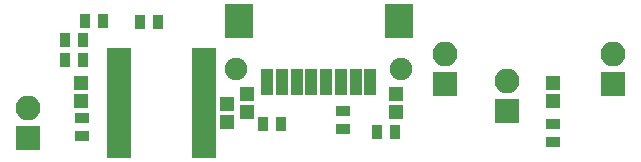
<source format=gts>
G04 #@! TF.FileFunction,Soldermask,Top*
%FSLAX46Y46*%
G04 Gerber Fmt 4.6, Leading zero omitted, Abs format (unit mm)*
G04 Created by KiCad (PCBNEW 4.0.6) date Monday, August 21, 2017 'PMt' 07:07:08 PM*
%MOMM*%
%LPD*%
G01*
G04 APERTURE LIST*
%ADD10C,0.100000*%
%ADD11R,1.150000X1.200000*%
%ADD12R,1.197560X1.197560*%
%ADD13R,2.100000X2.100000*%
%ADD14O,2.100000X2.100000*%
%ADD15R,1.300000X0.900000*%
%ADD16R,0.900000X1.300000*%
%ADD17R,2.150000X0.850000*%
%ADD18C,1.900000*%
%ADD19R,2.400000X3.000000*%
%ADD20R,1.100000X2.200000*%
G04 APERTURE END LIST*
D10*
D11*
X126873000Y-60007500D03*
X126873000Y-58507500D03*
D12*
X114500000Y-58249300D03*
X114500000Y-56750700D03*
X154499000Y-58249300D03*
X154499000Y-56750700D03*
X141166000Y-59169300D03*
X141166000Y-57670700D03*
X128524000Y-59169300D03*
X128524000Y-57670700D03*
D13*
X109982000Y-61341000D03*
D14*
X109982000Y-58801000D03*
D15*
X114554000Y-61202000D03*
X114554000Y-59702000D03*
X154432000Y-61722000D03*
X154432000Y-60222000D03*
D16*
X139585000Y-60833000D03*
X141085000Y-60833000D03*
X131433000Y-60198000D03*
X129933000Y-60198000D03*
X121019000Y-51562000D03*
X119519000Y-51562000D03*
D15*
X136652000Y-60567000D03*
X136652000Y-59067000D03*
D16*
X114820000Y-51435000D03*
X116320000Y-51435000D03*
X113169000Y-54737000D03*
X114669000Y-54737000D03*
X113169000Y-53086000D03*
X114669000Y-53086000D03*
D17*
X124885000Y-62645000D03*
X124885000Y-61995000D03*
X124885000Y-61345000D03*
X124885000Y-60695000D03*
X124885000Y-60045000D03*
X124885000Y-59395000D03*
X124885000Y-58745000D03*
X124885000Y-58095000D03*
X124885000Y-57445000D03*
X124885000Y-56795000D03*
X124885000Y-56145000D03*
X124885000Y-55495000D03*
X124885000Y-54845000D03*
X124885000Y-54195000D03*
X117685000Y-54195000D03*
X117685000Y-54845000D03*
X117685000Y-55495000D03*
X117685000Y-56145000D03*
X117685000Y-56795000D03*
X117685000Y-57445000D03*
X117685000Y-58095000D03*
X117685000Y-58745000D03*
X117685000Y-59395000D03*
X117685000Y-60045000D03*
X117685000Y-60695000D03*
X117685000Y-61345000D03*
X117685000Y-61995000D03*
X117685000Y-62645000D03*
D13*
X150558500Y-59055000D03*
D14*
X150558500Y-56515000D03*
D13*
X145351500Y-56769000D03*
D14*
X145351500Y-54229000D03*
D13*
X159575500Y-56832500D03*
D14*
X159575500Y-54292500D03*
D18*
X141605000Y-55499000D03*
X127655000Y-55499000D03*
D19*
X127855000Y-51499000D03*
X141405000Y-51499000D03*
D20*
X130255000Y-56599000D03*
X131505000Y-56599000D03*
X132755000Y-56599000D03*
X134005000Y-56599000D03*
X135255000Y-56599000D03*
X136505000Y-56599000D03*
X137755000Y-56599000D03*
X139005000Y-56599000D03*
M02*

</source>
